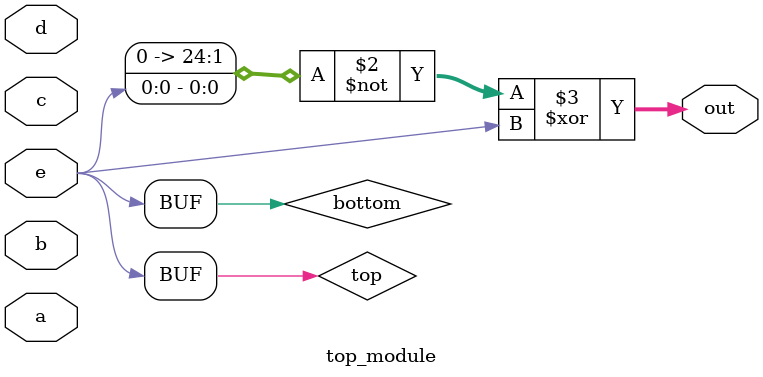
<source format=v>
module top_module (
    input a, b, c, d, e,
    output [24:0] out );//
  assign top    = { {5{a}}, {5{b}}, {5{c}}, {5{d}}, {5{e}} };
  assign bottom = {5{a,b,c,d,e}};
  assign out = ~top ^ bottom;	

endmodule

</source>
